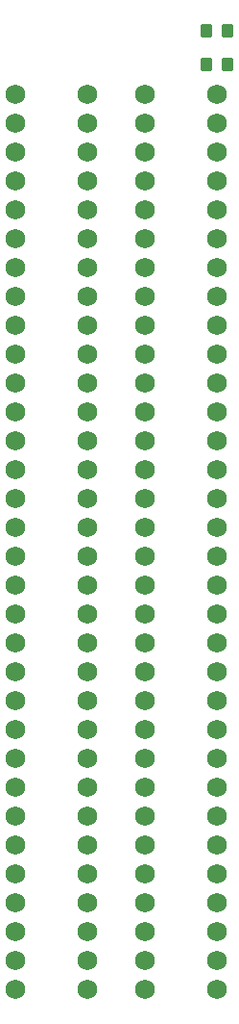
<source format=gts>
G04 #@! TF.GenerationSoftware,KiCad,Pcbnew,(6.0.5)*
G04 #@! TF.CreationDate,2022-08-23T14:59:46-04:00*
G04 #@! TF.ProjectId,genesis-umd,67656e65-7369-4732-9d75-6d642e6b6963,2.2*
G04 #@! TF.SameCoordinates,Original*
G04 #@! TF.FileFunction,Soldermask,Top*
G04 #@! TF.FilePolarity,Negative*
%FSLAX46Y46*%
G04 Gerber Fmt 4.6, Leading zero omitted, Abs format (unit mm)*
G04 Created by KiCad (PCBNEW (6.0.5)) date 2022-08-23 14:59:46*
%MOMM*%
%LPD*%
G01*
G04 APERTURE LIST*
G04 Aperture macros list*
%AMRoundRect*
0 Rectangle with rounded corners*
0 $1 Rounding radius*
0 $2 $3 $4 $5 $6 $7 $8 $9 X,Y pos of 4 corners*
0 Add a 4 corners polygon primitive as box body*
4,1,4,$2,$3,$4,$5,$6,$7,$8,$9,$2,$3,0*
0 Add four circle primitives for the rounded corners*
1,1,$1+$1,$2,$3*
1,1,$1+$1,$4,$5*
1,1,$1+$1,$6,$7*
1,1,$1+$1,$8,$9*
0 Add four rect primitives between the rounded corners*
20,1,$1+$1,$2,$3,$4,$5,0*
20,1,$1+$1,$4,$5,$6,$7,0*
20,1,$1+$1,$6,$7,$8,$9,0*
20,1,$1+$1,$8,$9,$2,$3,0*%
G04 Aperture macros list end*
%ADD10C,1.727200*%
%ADD11RoundRect,0.101600X-0.400000X-0.500000X0.400000X-0.500000X0.400000X0.500000X-0.400000X0.500000X0*%
G04 APERTURE END LIST*
D10*
X147320000Y-66040000D03*
X147320000Y-68580000D03*
X147320000Y-71120000D03*
X147320000Y-73660000D03*
X147320000Y-76200000D03*
X147320000Y-78740000D03*
X147320000Y-81280000D03*
X147320000Y-83820000D03*
X147320000Y-86360000D03*
X147320000Y-88900000D03*
X147320000Y-91440000D03*
X147320000Y-93980000D03*
X147320000Y-96520000D03*
X147320000Y-99060000D03*
X147320000Y-101600000D03*
X147320000Y-104140000D03*
X147320000Y-106680000D03*
X147320000Y-109220000D03*
X147320000Y-111760000D03*
X147320000Y-114300000D03*
X147320000Y-116840000D03*
X147320000Y-119380000D03*
X147320000Y-121920000D03*
X147320000Y-124460000D03*
X147320000Y-127000000D03*
X147320000Y-129540000D03*
X147320000Y-132080000D03*
X147320000Y-134620000D03*
X147320000Y-137160000D03*
X147320000Y-139700000D03*
X147320000Y-142240000D03*
X147320000Y-144780000D03*
X142240000Y-66040000D03*
X142240000Y-68580000D03*
X142240000Y-71120000D03*
X142240000Y-73660000D03*
X142240000Y-76200000D03*
X142240000Y-78740000D03*
X142240000Y-81280000D03*
X142240000Y-83820000D03*
X142240000Y-86360000D03*
X142240000Y-88900000D03*
X142240000Y-91440000D03*
X142240000Y-93980000D03*
X142240000Y-96520000D03*
X142240000Y-99060000D03*
X142240000Y-101600000D03*
X142240000Y-104140000D03*
X142240000Y-106680000D03*
X142240000Y-109220000D03*
X142240000Y-111760000D03*
X142240000Y-114300000D03*
X142240000Y-116840000D03*
X142240000Y-119380000D03*
X142240000Y-121920000D03*
X142240000Y-124460000D03*
X142240000Y-127000000D03*
X142240000Y-129540000D03*
X142240000Y-132080000D03*
X142240000Y-134620000D03*
X142240000Y-137160000D03*
X142240000Y-139700000D03*
X142240000Y-142240000D03*
X142240000Y-144780000D03*
D11*
X152720000Y-63373000D03*
X154620000Y-63373000D03*
X152720000Y-60452000D03*
X154620000Y-60452000D03*
D10*
X135890000Y-66040000D03*
X135890000Y-68580000D03*
X135890000Y-71120000D03*
X135890000Y-73660000D03*
X135890000Y-76200000D03*
X135890000Y-78740000D03*
X135890000Y-81280000D03*
X135890000Y-83820000D03*
X135890000Y-86360000D03*
X135890000Y-88900000D03*
X135890000Y-91440000D03*
X135890000Y-93980000D03*
X135890000Y-96520000D03*
X135890000Y-99060000D03*
X135890000Y-101600000D03*
X135890000Y-104140000D03*
X135890000Y-106680000D03*
X135890000Y-109220000D03*
X135890000Y-111760000D03*
X135890000Y-114300000D03*
X135890000Y-116840000D03*
X135890000Y-119380000D03*
X135890000Y-121920000D03*
X135890000Y-124460000D03*
X135890000Y-127000000D03*
X135890000Y-129540000D03*
X135890000Y-132080000D03*
X135890000Y-134620000D03*
X135890000Y-137160000D03*
X135890000Y-139700000D03*
X135890000Y-142240000D03*
X135890000Y-144780000D03*
X153670000Y-144780000D03*
X153670000Y-142240000D03*
X153670000Y-139700000D03*
X153670000Y-137160000D03*
X153670000Y-134620000D03*
X153670000Y-132080000D03*
X153670000Y-129540000D03*
X153670000Y-127000000D03*
X153670000Y-124460000D03*
X153670000Y-121920000D03*
X153670000Y-119380000D03*
X153670000Y-116840000D03*
X153670000Y-114300000D03*
X153670000Y-111760000D03*
X153670000Y-109220000D03*
X153670000Y-106680000D03*
X153670000Y-104140000D03*
X153670000Y-101600000D03*
X153670000Y-99060000D03*
X153670000Y-96520000D03*
X153670000Y-93980000D03*
X153670000Y-91440000D03*
X153670000Y-88900000D03*
X153670000Y-86360000D03*
X153670000Y-83820000D03*
X153670000Y-81280000D03*
X153670000Y-78740000D03*
X153670000Y-76200000D03*
X153670000Y-73660000D03*
X153670000Y-71120000D03*
X153670000Y-68580000D03*
X153670000Y-66040000D03*
M02*

</source>
